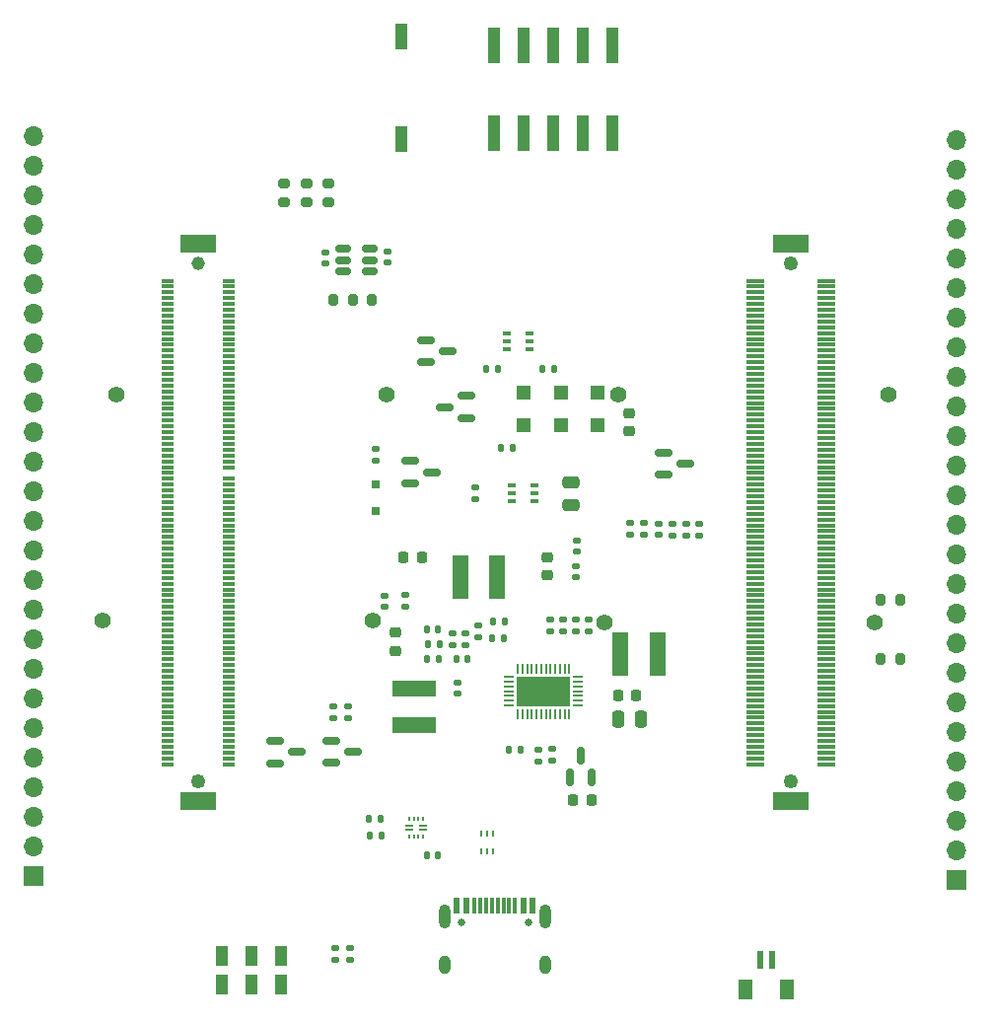
<source format=gbr>
%TF.GenerationSoftware,KiCad,Pcbnew,(6.0.7)*%
%TF.CreationDate,2022-08-29T18:43:20+02:00*%
%TF.ProjectId,UNIclicker,554e4963-6c69-4636-9b65-722e6b696361,rev?*%
%TF.SameCoordinates,Original*%
%TF.FileFunction,Soldermask,Top*%
%TF.FilePolarity,Negative*%
%FSLAX46Y46*%
G04 Gerber Fmt 4.6, Leading zero omitted, Abs format (unit mm)*
G04 Created by KiCad (PCBNEW (6.0.7)) date 2022-08-29 18:43:20*
%MOMM*%
%LPD*%
G01*
G04 APERTURE LIST*
G04 Aperture macros list*
%AMRoundRect*
0 Rectangle with rounded corners*
0 $1 Rounding radius*
0 $2 $3 $4 $5 $6 $7 $8 $9 X,Y pos of 4 corners*
0 Add a 4 corners polygon primitive as box body*
4,1,4,$2,$3,$4,$5,$6,$7,$8,$9,$2,$3,0*
0 Add four circle primitives for the rounded corners*
1,1,$1+$1,$2,$3*
1,1,$1+$1,$4,$5*
1,1,$1+$1,$6,$7*
1,1,$1+$1,$8,$9*
0 Add four rect primitives between the rounded corners*
20,1,$1+$1,$2,$3,$4,$5,0*
20,1,$1+$1,$4,$5,$6,$7,0*
20,1,$1+$1,$6,$7,$8,$9,0*
20,1,$1+$1,$8,$9,$2,$3,0*%
G04 Aperture macros list end*
%ADD10RoundRect,0.150000X0.150000X-0.587500X0.150000X0.587500X-0.150000X0.587500X-0.150000X-0.587500X0*%
%ADD11RoundRect,0.140000X0.170000X-0.140000X0.170000X0.140000X-0.170000X0.140000X-0.170000X-0.140000X0*%
%ADD12RoundRect,0.135000X-0.185000X0.135000X-0.185000X-0.135000X0.185000X-0.135000X0.185000X0.135000X0*%
%ADD13RoundRect,0.150000X0.587500X0.150000X-0.587500X0.150000X-0.587500X-0.150000X0.587500X-0.150000X0*%
%ADD14RoundRect,0.150000X-0.587500X-0.150000X0.587500X-0.150000X0.587500X0.150000X-0.587500X0.150000X0*%
%ADD15RoundRect,0.140000X-0.170000X0.140000X-0.170000X-0.140000X0.170000X-0.140000X0.170000X0.140000X0*%
%ADD16RoundRect,0.135000X0.185000X-0.135000X0.185000X0.135000X-0.185000X0.135000X-0.185000X-0.135000X0*%
%ADD17RoundRect,0.135000X-0.135000X-0.185000X0.135000X-0.185000X0.135000X0.185000X-0.135000X0.185000X0*%
%ADD18R,1.700000X1.700000*%
%ADD19O,1.700000X1.700000*%
%ADD20RoundRect,0.135000X0.135000X0.185000X-0.135000X0.185000X-0.135000X-0.185000X0.135000X-0.185000X0*%
%ADD21RoundRect,0.225000X-0.225000X-0.250000X0.225000X-0.250000X0.225000X0.250000X-0.225000X0.250000X0*%
%ADD22RoundRect,0.200000X0.275000X-0.200000X0.275000X0.200000X-0.275000X0.200000X-0.275000X-0.200000X0*%
%ADD23R,0.254000X0.508000*%
%ADD24RoundRect,0.140000X0.140000X0.170000X-0.140000X0.170000X-0.140000X-0.170000X0.140000X-0.170000X0*%
%ADD25R,1.200000X1.200000*%
%ADD26RoundRect,0.200000X-0.200000X-0.275000X0.200000X-0.275000X0.200000X0.275000X-0.200000X0.275000X0*%
%ADD27R,0.800000X0.800000*%
%ADD28R,0.650000X0.400000*%
%ADD29RoundRect,0.050000X-0.050000X0.375000X-0.050000X-0.375000X0.050000X-0.375000X0.050000X0.375000X0*%
%ADD30RoundRect,0.050000X-0.375000X0.050000X-0.375000X-0.050000X0.375000X-0.050000X0.375000X0.050000X0*%
%ADD31R,4.650000X2.650000*%
%ADD32R,1.000000X3.150000*%
%ADD33R,3.100000X1.600000*%
%ADD34R,1.100000X0.300000*%
%ADD35C,1.150000*%
%ADD36C,1.250000*%
%ADD37C,0.650000*%
%ADD38R,0.600000X1.450000*%
%ADD39R,0.300000X1.450000*%
%ADD40O,1.000000X1.600000*%
%ADD41O,1.000000X2.100000*%
%ADD42R,0.600000X1.550000*%
%ADD43R,1.200000X1.800000*%
%ADD44R,1.600000X0.300000*%
%ADD45R,1.397000X3.810000*%
%ADD46R,1.120000X2.200000*%
%ADD47RoundRect,0.250000X-0.250000X-0.475000X0.250000X-0.475000X0.250000X0.475000X-0.250000X0.475000X0*%
%ADD48RoundRect,0.140000X-0.140000X-0.170000X0.140000X-0.170000X0.140000X0.170000X-0.140000X0.170000X0*%
%ADD49RoundRect,0.250000X-0.475000X0.250000X-0.475000X-0.250000X0.475000X-0.250000X0.475000X0.250000X0*%
%ADD50RoundRect,0.200000X-0.275000X0.200000X-0.275000X-0.200000X0.275000X-0.200000X0.275000X0.200000X0*%
%ADD51RoundRect,0.150000X-0.512500X-0.150000X0.512500X-0.150000X0.512500X0.150000X-0.512500X0.150000X0*%
%ADD52RoundRect,0.225000X-0.250000X0.225000X-0.250000X-0.225000X0.250000X-0.225000X0.250000X0.225000X0*%
%ADD53RoundRect,0.225000X0.250000X-0.225000X0.250000X0.225000X-0.250000X0.225000X-0.250000X-0.225000X0*%
%ADD54R,0.660000X0.180000*%
%ADD55R,0.180000X0.410000*%
%ADD56RoundRect,0.225000X0.225000X0.250000X-0.225000X0.250000X-0.225000X-0.250000X0.225000X-0.250000X0*%
%ADD57R,1.016000X1.651000*%
%ADD58R,3.810000X1.397000*%
%ADD59C,1.400000*%
G04 APERTURE END LIST*
D10*
%TO.C,M2*%
X63950000Y-80112500D03*
X65850000Y-80112500D03*
X64900000Y-78237500D03*
%TD*%
D11*
%TO.C,C28*%
X64525000Y-60730000D03*
X64525000Y-59770000D03*
%TD*%
D12*
%TO.C,R14*%
X72800000Y-58330000D03*
X72800000Y-59350000D03*
%TD*%
D13*
%TO.C,Q5*%
X55112500Y-49300000D03*
X55112500Y-47400000D03*
X53237500Y-48350000D03*
%TD*%
D14*
%TO.C,Q7*%
X43462500Y-76975000D03*
X43462500Y-78875000D03*
X45337500Y-77925000D03*
%TD*%
D15*
%TO.C,C33*%
X71575000Y-58335000D03*
X71575000Y-59295000D03*
%TD*%
D16*
%TO.C,R27*%
X56125000Y-68135000D03*
X56125000Y-67115000D03*
%TD*%
D15*
%TO.C,C19*%
X54275000Y-71995000D03*
X54275000Y-72955000D03*
%TD*%
D17*
%TO.C,R50*%
X61615000Y-45075000D03*
X62635000Y-45075000D03*
%TD*%
D18*
%TO.C,J3*%
X97150000Y-88960000D03*
D19*
X97150000Y-86420000D03*
X97150000Y-83880000D03*
X97150000Y-81340000D03*
X97150000Y-78800000D03*
X97150000Y-76260000D03*
X97150000Y-73720000D03*
X97150000Y-71180000D03*
X97150000Y-68640000D03*
X97150000Y-66100000D03*
X97150000Y-63560000D03*
X97150000Y-61020000D03*
X97150000Y-58480000D03*
X97150000Y-55940000D03*
X97150000Y-53400000D03*
X97150000Y-50860000D03*
X97150000Y-48320000D03*
X97150000Y-45780000D03*
X97150000Y-43240000D03*
X97150000Y-40700000D03*
X97150000Y-38160000D03*
X97150000Y-35620000D03*
X97150000Y-33080000D03*
X97150000Y-30540000D03*
X97150000Y-28000000D03*
X97150000Y-25460000D03*
%TD*%
D20*
%TO.C,R33*%
X47735000Y-83725000D03*
X46715000Y-83725000D03*
%TD*%
D21*
%TO.C,C36*%
X64250000Y-82050000D03*
X65800000Y-82050000D03*
%TD*%
D22*
%TO.C,JP1*%
X39400000Y-30775000D03*
X39400000Y-29125000D03*
%TD*%
D11*
%TO.C,C55*%
X64475000Y-67580000D03*
X64475000Y-66620000D03*
%TD*%
D23*
%TO.C,D1*%
X56350000Y-86475000D03*
X56850000Y-86475000D03*
X57350000Y-86475000D03*
X57350000Y-84975000D03*
X56850000Y-84975000D03*
X56350000Y-84975000D03*
%TD*%
D24*
%TO.C,C29*%
X58360000Y-66775000D03*
X57400000Y-66775000D03*
%TD*%
D15*
%TO.C,C27*%
X64500000Y-61995000D03*
X64500000Y-62955000D03*
%TD*%
D16*
%TO.C,R22*%
X55025000Y-68810000D03*
X55025000Y-67790000D03*
%TD*%
D25*
%TO.C,D2*%
X66300000Y-49900000D03*
X66300000Y-47100000D03*
%TD*%
D20*
%TO.C,R26*%
X58315000Y-68200000D03*
X57295000Y-68200000D03*
%TD*%
D26*
%TO.C,JP6*%
X90650000Y-70000000D03*
X92300000Y-70000000D03*
%TD*%
D12*
%TO.C,R12*%
X75075000Y-58330000D03*
X75075000Y-59350000D03*
%TD*%
D25*
%TO.C,D3*%
X63175000Y-47125000D03*
X63175000Y-49925000D03*
%TD*%
D16*
%TO.C,R13*%
X73950000Y-59350000D03*
X73950000Y-58330000D03*
%TD*%
D27*
%TO.C,DZ2*%
X47250000Y-55000000D03*
X47250000Y-57250000D03*
%TD*%
D28*
%TO.C,Q2*%
X59000000Y-55100000D03*
X59000000Y-55750000D03*
X59000000Y-56400000D03*
X60900000Y-56400000D03*
X60900000Y-55750000D03*
X60900000Y-55100000D03*
%TD*%
%TO.C,Q3*%
X58575000Y-42050000D03*
X58575000Y-42700000D03*
X58575000Y-43350000D03*
X60475000Y-43350000D03*
X60475000Y-42700000D03*
X60475000Y-42050000D03*
%TD*%
D14*
%TO.C,Q8*%
X38612500Y-77000000D03*
X38612500Y-78900000D03*
X40487500Y-77950000D03*
%TD*%
%TO.C,M1*%
X72012500Y-52250000D03*
X72012500Y-54150000D03*
X73887500Y-53200000D03*
%TD*%
D12*
%TO.C,R49*%
X55875000Y-55240000D03*
X55875000Y-56260000D03*
%TD*%
D15*
%TO.C,C2*%
X48275000Y-34995000D03*
X48275000Y-35955000D03*
%TD*%
D29*
%TO.C,U2*%
X63900000Y-70775000D03*
X63500000Y-70775000D03*
X63100000Y-70775000D03*
X62700000Y-70775000D03*
X62300000Y-70775000D03*
X61900000Y-70775000D03*
X61500000Y-70775000D03*
X61100000Y-70775000D03*
X60700000Y-70775000D03*
X60300000Y-70775000D03*
X59900000Y-70775000D03*
X59500000Y-70775000D03*
D30*
X58750000Y-71525000D03*
X58750000Y-71925000D03*
X58750000Y-72325000D03*
X58750000Y-72725000D03*
X58750000Y-73125000D03*
X58750000Y-73525000D03*
X58750000Y-73925000D03*
D29*
X59500000Y-74675000D03*
X59900000Y-74675000D03*
X60300000Y-74675000D03*
X60700000Y-74675000D03*
X61100000Y-74675000D03*
X61500000Y-74675000D03*
X61900000Y-74675000D03*
X62300000Y-74675000D03*
X62700000Y-74675000D03*
X63100000Y-74675000D03*
X63500000Y-74675000D03*
X63900000Y-74675000D03*
D30*
X64650000Y-73925000D03*
X64650000Y-73525000D03*
X64650000Y-73125000D03*
X64650000Y-72725000D03*
X64650000Y-72325000D03*
X64650000Y-71925000D03*
X64650000Y-71525000D03*
D31*
X61700000Y-72725000D03*
%TD*%
D26*
%TO.C,JP4*%
X43650000Y-39125000D03*
X45300000Y-39125000D03*
X46950000Y-39125000D03*
%TD*%
D16*
%TO.C,R20*%
X65550000Y-67635000D03*
X65550000Y-66615000D03*
%TD*%
D14*
%TO.C,Q4*%
X51587500Y-42600000D03*
X51587500Y-44500000D03*
X53462500Y-43550000D03*
%TD*%
D32*
%TO.C,J10*%
X57470000Y-24825000D03*
X57470000Y-17325000D03*
X60010000Y-24825000D03*
X60010000Y-17325000D03*
X62550000Y-24825000D03*
X62550000Y-17325000D03*
X65090000Y-24825000D03*
X65090000Y-17325000D03*
X67630000Y-24825000D03*
X67630000Y-17325000D03*
%TD*%
D33*
%TO.C,CN1*%
X32053000Y-82200000D03*
X32053000Y-34300000D03*
D34*
X34653000Y-37500000D03*
X34653000Y-38000000D03*
X34653000Y-38500000D03*
X34653000Y-39000000D03*
X34653000Y-39500000D03*
X34653000Y-40000000D03*
X34653000Y-40500000D03*
X34653000Y-41000000D03*
X34653000Y-41500000D03*
X34653000Y-42000000D03*
X34653000Y-42500000D03*
X34653000Y-43000000D03*
X34653000Y-43500000D03*
X34653000Y-44000000D03*
X34653000Y-44500000D03*
X34653000Y-45000000D03*
X34653000Y-45500000D03*
X34653000Y-46000000D03*
X34653000Y-46500000D03*
X34653000Y-47000000D03*
X34653000Y-47500000D03*
X34653000Y-48000000D03*
X34653000Y-48500000D03*
X34653000Y-49000000D03*
X34653000Y-49500000D03*
X34653000Y-50000000D03*
X34653000Y-50500000D03*
X34653000Y-51000000D03*
X34653000Y-51500000D03*
X34653000Y-52000000D03*
X34653000Y-52500000D03*
X34653000Y-53000000D03*
X34653000Y-53500000D03*
X34653000Y-54500000D03*
X34653000Y-55000000D03*
X34653000Y-55500000D03*
X34653000Y-56000000D03*
X34653000Y-56500000D03*
X34653000Y-57000000D03*
X34653000Y-57500000D03*
X34653000Y-58000000D03*
X34653000Y-58500000D03*
X34653000Y-59000000D03*
X34653000Y-59500000D03*
X34653000Y-60000000D03*
X34653000Y-60500000D03*
X34653000Y-61000000D03*
X34653000Y-61500000D03*
X34653000Y-62000000D03*
X34653000Y-62500000D03*
X34653000Y-63000000D03*
X34653000Y-63500000D03*
X34653000Y-64000000D03*
X34653000Y-64500000D03*
X34653000Y-65000000D03*
X34653000Y-65500000D03*
X34653000Y-66000000D03*
X34653000Y-66500000D03*
X34653000Y-67000000D03*
X34653000Y-67500000D03*
X34653000Y-68000000D03*
X34653000Y-68500000D03*
X34653000Y-69000000D03*
X34653000Y-69500000D03*
X34653000Y-70000000D03*
X34653000Y-70500000D03*
X34653000Y-71000000D03*
X34653000Y-71500000D03*
X34653000Y-72000000D03*
X34653000Y-72500000D03*
X34653000Y-73000000D03*
X34653000Y-73500000D03*
X34653000Y-74000000D03*
X34653000Y-74500000D03*
X34653000Y-75000000D03*
X34653000Y-75500000D03*
X34653000Y-76000000D03*
X34653000Y-76500000D03*
X34653000Y-77000000D03*
X34653000Y-77500000D03*
X34653000Y-78000000D03*
X34653000Y-78500000D03*
X34653000Y-79000000D03*
X29453000Y-79000000D03*
X29453000Y-78500000D03*
X29453000Y-78000000D03*
X29453000Y-77500000D03*
X29453000Y-77000000D03*
X29453000Y-76500000D03*
X29453000Y-76000000D03*
X29453000Y-75500000D03*
X29453000Y-75000000D03*
X29453000Y-74500000D03*
X29453000Y-74000000D03*
X29453000Y-73500000D03*
X29453000Y-73000000D03*
X29453000Y-72500000D03*
X29453000Y-72000000D03*
X29453000Y-71500000D03*
X29453000Y-71000000D03*
X29453000Y-70500000D03*
X29453000Y-70000000D03*
X29453000Y-69500000D03*
X29453000Y-69000000D03*
X29453000Y-68500000D03*
X29453000Y-68000000D03*
X29453000Y-67500000D03*
X29453000Y-67000000D03*
X29453000Y-66500000D03*
X29453000Y-66000000D03*
X29453000Y-65500000D03*
X29453000Y-65000000D03*
X29453000Y-64500000D03*
X29453000Y-64000000D03*
X29453000Y-63500000D03*
X29453000Y-63000000D03*
X29453000Y-62500000D03*
X29453000Y-62000000D03*
X29453000Y-61500000D03*
X29453000Y-61000000D03*
X29453000Y-60500000D03*
X29453000Y-60000000D03*
X29453000Y-59500000D03*
X29453000Y-59000000D03*
X29453000Y-58500000D03*
X29453000Y-58000000D03*
X29453000Y-57500000D03*
X29453000Y-57000000D03*
X29453000Y-56500000D03*
X29453000Y-56000000D03*
X29453000Y-55500000D03*
X29453000Y-55000000D03*
X29453000Y-54500000D03*
X29453000Y-54000000D03*
X29453000Y-53500000D03*
X29453000Y-53000000D03*
X29453000Y-52500000D03*
X29453000Y-52000000D03*
X29453000Y-51500000D03*
X29453000Y-51000000D03*
X29453000Y-50500000D03*
X29453000Y-50000000D03*
X29453000Y-49500000D03*
X29453000Y-49000000D03*
X29453000Y-48500000D03*
X29453000Y-48000000D03*
X29453000Y-47500000D03*
X29453000Y-47000000D03*
X29453000Y-46500000D03*
X29453000Y-46000000D03*
X29453000Y-45500000D03*
X29453000Y-45000000D03*
X29453000Y-44500000D03*
X29453000Y-44000000D03*
X29453000Y-43500000D03*
X29453000Y-43000000D03*
X29453000Y-42500000D03*
X29453000Y-42000000D03*
X29453000Y-41500000D03*
X29453000Y-41000000D03*
X29453000Y-40500000D03*
X29453000Y-40000000D03*
X29453000Y-39500000D03*
X29453000Y-39000000D03*
X29453000Y-38500000D03*
X29453000Y-38000000D03*
X29453000Y-37500000D03*
D35*
X32053000Y-36050000D03*
D36*
X32053000Y-80450000D03*
%TD*%
D16*
%TO.C,R11*%
X69100000Y-59300000D03*
X69100000Y-58280000D03*
%TD*%
D12*
%TO.C,R16*%
X62475000Y-77690000D03*
X62475000Y-78710000D03*
%TD*%
%TO.C,R19*%
X53900000Y-67765000D03*
X53900000Y-68785000D03*
%TD*%
%TO.C,R40*%
X44875000Y-74040000D03*
X44875000Y-75060000D03*
%TD*%
D37*
%TO.C,CN3*%
X60390000Y-92600000D03*
X54610000Y-92600000D03*
D38*
X54250000Y-91155000D03*
X55050000Y-91155000D03*
D39*
X56250000Y-91155000D03*
X57250000Y-91155000D03*
X57750000Y-91155000D03*
X58750000Y-91155000D03*
D38*
X59950000Y-91155000D03*
X60750000Y-91155000D03*
X60750000Y-91155000D03*
X59950000Y-91155000D03*
D39*
X59250000Y-91155000D03*
X58250000Y-91155000D03*
X56750000Y-91155000D03*
X55750000Y-91155000D03*
D38*
X55050000Y-91155000D03*
X54250000Y-91155000D03*
D40*
X53180000Y-96250000D03*
D41*
X53180000Y-92070000D03*
X61820000Y-92070000D03*
D40*
X61820000Y-96250000D03*
%TD*%
D15*
%TO.C,C5*%
X49800000Y-64495000D03*
X49800000Y-65455000D03*
%TD*%
D42*
%TO.C,J1*%
X81325000Y-95775000D03*
X80325000Y-95775000D03*
D43*
X82625000Y-98300000D03*
X79025000Y-98300000D03*
%TD*%
D18*
%TO.C,J2*%
X17900000Y-88625000D03*
D19*
X17900000Y-86085000D03*
X17900000Y-83545000D03*
X17900000Y-81005000D03*
X17900000Y-78465000D03*
X17900000Y-75925000D03*
X17900000Y-73385000D03*
X17900000Y-70845000D03*
X17900000Y-68305000D03*
X17900000Y-65765000D03*
X17900000Y-63225000D03*
X17900000Y-60685000D03*
X17900000Y-58145000D03*
X17900000Y-55605000D03*
X17900000Y-53065000D03*
X17900000Y-50525000D03*
X17900000Y-47985000D03*
X17900000Y-45445000D03*
X17900000Y-42905000D03*
X17900000Y-40365000D03*
X17900000Y-37825000D03*
X17900000Y-35285000D03*
X17900000Y-32745000D03*
X17900000Y-30205000D03*
X17900000Y-27665000D03*
X17900000Y-25125000D03*
%TD*%
D24*
%TO.C,C20*%
X59705000Y-77750000D03*
X58745000Y-77750000D03*
%TD*%
D33*
%TO.C,CN2*%
X82930000Y-82200000D03*
X82930000Y-34300000D03*
D44*
X79880000Y-37500000D03*
X79880000Y-38000000D03*
X79880000Y-38500000D03*
X79880000Y-39000000D03*
X79880000Y-39500000D03*
X79880000Y-40000000D03*
X79880000Y-40500000D03*
X79880000Y-41000000D03*
X79880000Y-41500000D03*
X79880000Y-42000000D03*
X79880000Y-42500000D03*
X79880000Y-43000000D03*
X79880000Y-43500000D03*
X79880000Y-44000000D03*
X79880000Y-44500000D03*
X79880000Y-45000000D03*
X79880000Y-45500000D03*
X79880000Y-46000000D03*
X79880000Y-46500000D03*
X79880000Y-47000000D03*
X79880000Y-47500000D03*
X79880000Y-48000000D03*
X79880000Y-48500000D03*
X79880000Y-49000000D03*
X79880000Y-49500000D03*
X79880000Y-50000000D03*
X79880000Y-50500000D03*
X79880000Y-51000000D03*
X79880000Y-51500000D03*
X79880000Y-52000000D03*
X79880000Y-52500000D03*
X79880000Y-53000000D03*
X79880000Y-53500000D03*
X79880000Y-54000000D03*
X79880000Y-54500000D03*
X79880000Y-55000000D03*
X79880000Y-55500000D03*
X79880000Y-56000000D03*
X79880000Y-56500000D03*
X79880000Y-57000000D03*
X79880000Y-57500000D03*
X79880000Y-58000000D03*
X79880000Y-58500000D03*
X79880000Y-59000000D03*
X79880000Y-59500000D03*
X79880000Y-60000000D03*
X79880000Y-60500000D03*
X79880000Y-61000000D03*
X79880000Y-61500000D03*
X79880000Y-62000000D03*
X79880000Y-62500000D03*
X79880000Y-63000000D03*
X79880000Y-63500000D03*
X79880000Y-64000000D03*
X79880000Y-64500000D03*
X79880000Y-65000000D03*
X79880000Y-65500000D03*
X79880000Y-66000000D03*
X79880000Y-66500000D03*
X79880000Y-67000000D03*
X79880000Y-67500000D03*
X79880000Y-68000000D03*
X79880000Y-68500000D03*
X79880000Y-69000000D03*
X79880000Y-69500000D03*
X79880000Y-70000000D03*
X79880000Y-70500000D03*
X79880000Y-71000000D03*
X79880000Y-71500000D03*
X79880000Y-72000000D03*
X79880000Y-72500000D03*
X79880000Y-73000000D03*
X79880000Y-73500000D03*
X79880000Y-74000000D03*
X79880000Y-74500000D03*
X79880000Y-75000000D03*
X79880000Y-75500000D03*
X79880000Y-76000000D03*
X79880000Y-76500000D03*
X79880000Y-77000000D03*
X79880000Y-77500000D03*
X79880000Y-78000000D03*
X79880000Y-78500000D03*
X79880000Y-79000000D03*
X85980000Y-79000000D03*
X85980000Y-78500000D03*
X85980000Y-78000000D03*
X85980000Y-77500000D03*
X85980000Y-77000000D03*
X85980000Y-76500000D03*
X85980000Y-76000000D03*
X85980000Y-75500000D03*
X85980000Y-75000000D03*
X85980000Y-74500000D03*
X85980000Y-74000000D03*
X85980000Y-73500000D03*
X85980000Y-73000000D03*
X85980000Y-72500000D03*
X85980000Y-72000000D03*
X85980000Y-71500000D03*
X85980000Y-71000000D03*
X85980000Y-70500000D03*
X85980000Y-70000000D03*
X85980000Y-69500000D03*
X85980000Y-69000000D03*
X85980000Y-68500000D03*
X85980000Y-68000000D03*
X85980000Y-67500000D03*
X85980000Y-67000000D03*
X85980000Y-66500000D03*
X85980000Y-66000000D03*
X85980000Y-65500000D03*
X85980000Y-65000000D03*
X85980000Y-64500000D03*
X85980000Y-64000000D03*
X85980000Y-63500000D03*
X85980000Y-63000000D03*
X85980000Y-62500000D03*
X85980000Y-62000000D03*
X85980000Y-61500000D03*
X85980000Y-61000000D03*
X85980000Y-60500000D03*
X85980000Y-60000000D03*
X85980000Y-59500000D03*
X85980000Y-59000000D03*
X85980000Y-58500000D03*
X85980000Y-58000000D03*
X85980000Y-57500000D03*
X85980000Y-57000000D03*
X85980000Y-56500000D03*
X85980000Y-56000000D03*
X85980000Y-55500000D03*
X85980000Y-55000000D03*
X85980000Y-54500000D03*
X85980000Y-54000000D03*
X85980000Y-53500000D03*
X85980000Y-53000000D03*
X85980000Y-52500000D03*
X85980000Y-52000000D03*
X85980000Y-51500000D03*
X85980000Y-51000000D03*
X85980000Y-50500000D03*
X85980000Y-50000000D03*
X85980000Y-49500000D03*
X85980000Y-49000000D03*
X85980000Y-48500000D03*
X85980000Y-48000000D03*
X85980000Y-47500000D03*
X85980000Y-47000000D03*
X85980000Y-46500000D03*
X85980000Y-46000000D03*
X85980000Y-45500000D03*
X85980000Y-45000000D03*
X85980000Y-44500000D03*
X85980000Y-44000000D03*
X85980000Y-43500000D03*
X85980000Y-43000000D03*
X85980000Y-42500000D03*
X85980000Y-42000000D03*
X85980000Y-41500000D03*
X85980000Y-41000000D03*
X85980000Y-40500000D03*
X85980000Y-40000000D03*
X85980000Y-39500000D03*
X85980000Y-39000000D03*
X85980000Y-38500000D03*
X85980000Y-38000000D03*
X85980000Y-37500000D03*
D36*
X82930000Y-36050000D03*
X82930000Y-80450000D03*
%TD*%
D15*
%TO.C,C16*%
X48075000Y-64520000D03*
X48075000Y-65480000D03*
%TD*%
D20*
%TO.C,R51*%
X57785000Y-45075000D03*
X56765000Y-45075000D03*
%TD*%
D45*
%TO.C,L3*%
X57725000Y-62900000D03*
X54525000Y-62900000D03*
%TD*%
D46*
%TO.C,SW1*%
X49475000Y-25375000D03*
X49475000Y-16575000D03*
%TD*%
D47*
%TO.C,C22*%
X68150000Y-75150000D03*
X70050000Y-75150000D03*
%TD*%
D12*
%TO.C,R10*%
X70325000Y-58280000D03*
X70325000Y-59300000D03*
%TD*%
D16*
%TO.C,R53*%
X47250000Y-52985000D03*
X47250000Y-51965000D03*
%TD*%
D22*
%TO.C,JP3*%
X43200000Y-30775000D03*
X43200000Y-29125000D03*
%TD*%
D48*
%TO.C,C24*%
X51795000Y-68700000D03*
X52755000Y-68700000D03*
%TD*%
D49*
%TO.C,C88*%
X64025000Y-54850000D03*
X64025000Y-56750000D03*
%TD*%
D50*
%TO.C,JP2*%
X41325000Y-29125000D03*
X41325000Y-30775000D03*
%TD*%
D51*
%TO.C,U3*%
X44462500Y-34775000D03*
X44462500Y-35725000D03*
X44462500Y-36675000D03*
X46737500Y-36675000D03*
X46737500Y-35725000D03*
X46737500Y-34775000D03*
%TD*%
D52*
%TO.C,C49*%
X49000000Y-67700000D03*
X49000000Y-69250000D03*
%TD*%
D53*
%TO.C,C40*%
X69075000Y-50425000D03*
X69075000Y-48875000D03*
%TD*%
D54*
%TO.C,U7*%
X51350000Y-84650000D03*
X51350000Y-84250000D03*
D55*
X51350000Y-83725000D03*
X50950000Y-83725000D03*
X50550000Y-83725000D03*
X50150000Y-83725000D03*
D54*
X50150000Y-84250000D03*
X50150000Y-84650000D03*
D55*
X50150000Y-85175000D03*
X50550000Y-85175000D03*
X50950000Y-85175000D03*
X51350000Y-85175000D03*
%TD*%
D16*
%TO.C,R17*%
X45050000Y-95785000D03*
X45050000Y-94765000D03*
%TD*%
D48*
%TO.C,C41*%
X51670000Y-86850000D03*
X52630000Y-86850000D03*
%TD*%
D45*
%TO.C,L1*%
X71475000Y-69575000D03*
X68275000Y-69575000D03*
%TD*%
D17*
%TO.C,R36*%
X46740000Y-85125000D03*
X47760000Y-85125000D03*
%TD*%
D26*
%TO.C,JP5*%
X90650000Y-64925000D03*
X92300000Y-64925000D03*
%TD*%
D48*
%TO.C,C23*%
X54220000Y-69975000D03*
X55180000Y-69975000D03*
%TD*%
D56*
%TO.C,C32*%
X51225000Y-61250000D03*
X49675000Y-61250000D03*
%TD*%
D15*
%TO.C,C25*%
X63400000Y-66620000D03*
X63400000Y-67580000D03*
%TD*%
D53*
%TO.C,C30*%
X62000000Y-62800000D03*
X62000000Y-61250000D03*
%TD*%
D15*
%TO.C,C1*%
X42975000Y-35095000D03*
X42975000Y-36055000D03*
%TD*%
D12*
%TO.C,R18*%
X61275000Y-77715000D03*
X61275000Y-78735000D03*
%TD*%
%TO.C,R41*%
X43675000Y-74065000D03*
X43675000Y-75085000D03*
%TD*%
D25*
%TO.C,D4*%
X60000000Y-49875000D03*
X60000000Y-47075000D03*
%TD*%
D20*
%TO.C,R52*%
X59085000Y-51875000D03*
X58065000Y-51875000D03*
%TD*%
D57*
%TO.C,SW2*%
X39190000Y-97875000D03*
X36650000Y-97875000D03*
X34110000Y-97875000D03*
X39190000Y-95475000D03*
X36650000Y-95475000D03*
X34110000Y-95475000D03*
%TD*%
D20*
%TO.C,R21*%
X52710000Y-69950000D03*
X51690000Y-69950000D03*
%TD*%
D11*
%TO.C,C18*%
X43800000Y-95755000D03*
X43800000Y-94795000D03*
%TD*%
D21*
%TO.C,C31*%
X68125000Y-73125000D03*
X69675000Y-73125000D03*
%TD*%
D58*
%TO.C,L2*%
X50600000Y-72475000D03*
X50600000Y-75675000D03*
%TD*%
D12*
%TO.C,R23*%
X62300000Y-66615000D03*
X62300000Y-67635000D03*
%TD*%
D14*
%TO.C,Q6*%
X50262500Y-52975000D03*
X50262500Y-54875000D03*
X52137500Y-53925000D03*
%TD*%
D48*
%TO.C,C21*%
X51670000Y-67450000D03*
X52630000Y-67450000D03*
%TD*%
D59*
%TO.C,MIKROBUS4*%
X23850000Y-66675000D03*
X47050000Y-66675000D03*
%TD*%
%TO.C,MIKROBUS2*%
X48250000Y-47275000D03*
X25050000Y-47275000D03*
%TD*%
%TO.C,MIKROBUS3*%
X66900000Y-66850000D03*
X90100000Y-66850000D03*
%TD*%
%TO.C,MIKROBUS1*%
X91300000Y-47275000D03*
X68100000Y-47275000D03*
%TD*%
M02*

</source>
